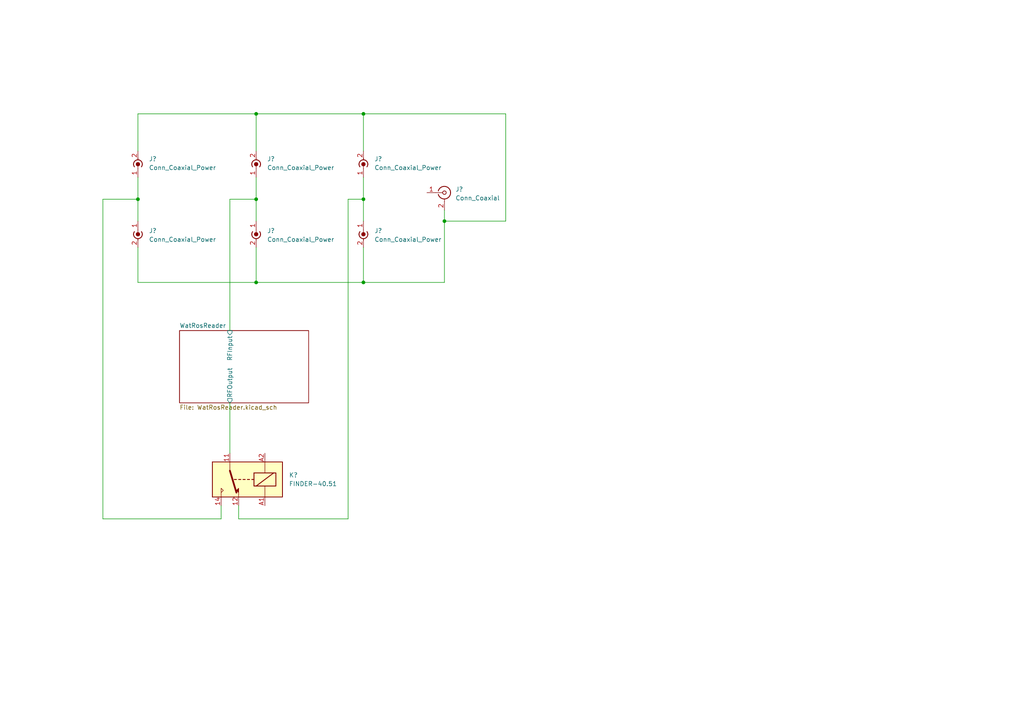
<source format=kicad_sch>
(kicad_sch (version 20211123) (generator eeschema)
  (paper "A4")
  (lib_symbols
    (symbol "Connector:Conn_Coaxial" (pin_names (offset 1.016) hide)
      (property "Reference" "J" (at 0.254 3.048 0))
      (property "Value" "Conn_Coaxial" (at 2.921 0 90))
      (symbol "Conn_Coaxial_0_1"
        (arc (start -1.778 -0.508) (mid 0.2311 -1.8066) (end 1.778 0) (stroke (width 0.254)))
        (polyline (pts (xy -2.54 0) (xy -0.508 0)))
        (polyline (pts (xy 0 -2.54) (xy 0 -1.778)))
        (circle (center 0 0) (radius 0.508) (stroke (width 0.2032)))
        (arc (start 1.778 0) (mid 0.2099 1.8101) (end -1.778 0.508) (stroke (width 0.254)))
      )
      (symbol "Conn_Coaxial_1_1"
        (pin passive line (at -5.08 0 0) (length 2.54) (name "In") (number "1"))
        (pin passive line (at 0 -5.08 90) (length 2.54) (name "Ext") (number "2"))
      )
    )
    (symbol "Connector:Conn_Coaxial_Power" (pin_names (offset 1.016) hide)
      (property "Reference" "J" (at -5.08 -1.27 90))
      (property "Value" "Conn_Coaxial_Power" (at -3.175 -1.27 90))
      (symbol "Conn_Coaxial_Power_0_1"
        (arc (start -1.27 -1.27) (mid 0 -2.54) (end 1.27 -1.27) (stroke (width 0.254)))
        (arc (start -1.016 -0.508) (mid -1.2048 -0.8684) (end -1.27 -1.27) (stroke (width 0.254)))
        (circle (center 0 -1.27) (radius 0.508) (stroke (width 0.2032)) (fill (type outline)))
        (polyline (pts (xy 0 -2.54) (xy 0 -3.048)))
        (polyline (pts (xy 0 0) (xy 0 -1.27)))
        (arc (start 1.27 -1.27) (mid 1.2048 -0.8684) (end 1.016 -0.508) (stroke (width 0.254)))
      )
      (symbol "Conn_Coaxial_Power_1_1"
        (pin passive line (at 0 2.54 270) (length 2.54) (name "In") (number "1"))
        (pin passive line (at 0 -5.08 90) (length 2.54) (name "Ext") (number "2"))
      )
    )
    (symbol "Relay:FINDER-40.51"
      (property "Reference" "K" (at 11.43 3.81 0))
      (property "Value" "FINDER-40.51" (at 11.43 1.27 0))
      (symbol "FINDER-40.51_0_0"
        (polyline (pts (xy 7.62 5.08) (xy 7.62 2.54) (xy 6.985 3.175) (xy 7.62 3.81)))
      )
      (symbol "FINDER-40.51_0_1"
        (rectangle (start -10.16 5.08) (end 10.16 -5.08) (stroke (width 0.254)) (fill (type background)))
        (rectangle (start -8.255 1.905) (end -1.905 -1.905) (stroke (width 0.254)))
        (polyline (pts (xy -7.62 -1.905) (xy -2.54 1.905)) (stroke (width 0.254)))
        (polyline (pts (xy -5.08 -5.08) (xy -5.08 -1.905)))
        (polyline (pts (xy -5.08 5.08) (xy -5.08 1.905)))
        (polyline (pts (xy -1.905 0) (xy -1.27 0)) (stroke (width 0.254)))
        (polyline (pts (xy -0.635 0) (xy 0 0)) (stroke (width 0.254)))
        (polyline (pts (xy 0.635 0) (xy 1.27 0)) (stroke (width 0.254)))
        (polyline (pts (xy 1.905 0) (xy 2.54 0)) (stroke (width 0.254)))
        (polyline (pts (xy 3.175 0) (xy 3.81 0)) (stroke (width 0.254)))
        (polyline (pts (xy 5.08 -2.54) (xy 3.175 3.81)) (stroke (width 0.508)))
        (polyline (pts (xy 5.08 -2.54) (xy 5.08 -5.08)))
        (polyline (pts (xy 2.54 5.08) (xy 2.54 2.54) (xy 3.175 3.175) (xy 2.54 3.81)) (fill (type outline)))
      )
      (symbol "FINDER-40.51_1_1"
        (pin passive line (at 5.08 -7.62 90) (length 2.54) (name "~") (number "11"))
        (pin passive line (at 2.54 7.62 270) (length 2.54) (name "~") (number "12"))
        (pin passive line (at 7.62 7.62 270) (length 2.54) (name "~") (number "14"))
        (pin passive line (at -5.08 7.62 270) (length 2.54) (name "~") (number "A1"))
        (pin passive line (at -5.08 -7.62 90) (length 2.54) (name "~") (number "A2"))
      )
    )
  )
  (junction (at 74.295 81.915))
  (junction (at 74.295 33.02))
  (junction (at 74.295 57.785))
  (junction (at 105.41 33.02))
  (junction (at 128.905 64.135))
  (junction (at 105.41 81.915))
  (junction (at 105.41 57.785))
  (junction (at 40.005 57.785))
  (wire (pts (xy 128.905 64.135) (xy 128.905 81.915)))
  (wire (pts (xy 66.675 57.785) (xy 66.675 95.885)))
  (wire (pts (xy 40.005 57.785) (xy 40.005 64.135)))
  (wire (pts (xy 100.965 57.785) (xy 105.41 57.785)))
  (wire (pts (xy 128.905 60.96) (xy 128.905 64.135)))
  (wire (pts (xy 40.005 51.435) (xy 40.005 57.785)))
  (wire (pts (xy 105.41 57.785) (xy 105.41 64.135)))
  (wire (pts (xy 105.41 81.915) (xy 74.295 81.915)))
  (wire (pts (xy 29.845 150.495) (xy 29.845 57.785)))
  (wire (pts (xy 74.295 57.785) (xy 74.295 64.135)))
  (wire (pts (xy 74.295 57.785) (xy 66.675 57.785)))
  (wire (pts (xy 146.685 33.02) (xy 105.41 33.02)))
  (wire (pts (xy 40.005 43.815) (xy 40.005 33.02)))
  (wire (pts (xy 105.41 51.435) (xy 105.41 57.785)))
  (wire (pts (xy 69.215 150.495) (xy 100.965 150.495)))
  (wire (pts (xy 64.135 146.685) (xy 64.135 150.495)))
  (wire (pts (xy 74.295 33.02) (xy 74.295 43.815)))
  (wire (pts (xy 66.675 116.84) (xy 66.675 131.445)))
  (wire (pts (xy 100.965 150.495) (xy 100.965 57.785)))
  (wire (pts (xy 105.41 33.02) (xy 105.41 43.815)))
  (wire (pts (xy 74.295 71.755) (xy 74.295 81.915)))
  (wire (pts (xy 128.905 64.135) (xy 146.685 64.135)))
  (wire (pts (xy 105.41 71.755) (xy 105.41 81.915)))
  (wire (pts (xy 128.905 81.915) (xy 105.41 81.915)))
  (wire (pts (xy 146.685 64.135) (xy 146.685 33.02)))
  (wire (pts (xy 40.005 81.915) (xy 40.005 71.755)))
  (wire (pts (xy 69.215 146.685) (xy 69.215 150.495)))
  (wire (pts (xy 64.135 150.495) (xy 29.845 150.495)))
  (wire (pts (xy 74.295 51.435) (xy 74.295 57.785)))
  (wire (pts (xy 74.295 33.02) (xy 105.41 33.02)))
  (wire (pts (xy 29.845 57.785) (xy 40.005 57.785)))
  (wire (pts (xy 74.295 81.915) (xy 40.005 81.915)))
  (wire (pts (xy 40.005 33.02) (xy 74.295 33.02)))
  (symbol (lib_id "Connector:Conn_Coaxial_Power") (at 74.295 66.675 0) (unit 1)
    (property "Reference" "J?" (at 77.47 66.9289 0) (effects (justify left)))
    (property "Value" "Conn_Coaxial_Power" (at 77.47 69.4689 0) (effects (justify left)))
  )
  (symbol (lib_id "Connector:Conn_Coaxial_Power") (at 40.005 48.895 180) (unit 1)
    (property "Reference" "J?" (at 43.18 46.1009 0) (effects (justify right)))
    (property "Value" "Conn_Coaxial_Power" (at 43.18 48.6409 0) (effects (justify right)))
  )
  (symbol (lib_id "Connector:Conn_Coaxial_Power") (at 105.41 66.675 0) (unit 1)
    (property "Reference" "J?" (at 108.585 66.9289 0) (effects (justify left)))
    (property "Value" "Conn_Coaxial_Power" (at 108.585 69.4689 0) (effects (justify left)))
  )
  (symbol (lib_id "Connector:Conn_Coaxial_Power") (at 40.005 66.675 0) (unit 1)
    (property "Reference" "J?" (at 43.18 66.9289 0) (effects (justify left)))
    (property "Value" "Conn_Coaxial_Power" (at 43.18 69.4689 0) (effects (justify left)))
  )
  (symbol (lib_id "Connector:Conn_Coaxial_Power") (at 74.295 48.895 180) (unit 1)
    (property "Reference" "J?" (at 77.47 46.1009 0) (effects (justify right)))
    (property "Value" "Conn_Coaxial_Power" (at 77.47 48.6409 0) (effects (justify right)))
  )
  (symbol (lib_id "Connector:Conn_Coaxial") (at 128.905 55.88 0) (unit 1)
    (property "Reference" "J?" (at 132.08 54.9031 0) (effects (justify left)))
    (property "Value" "Conn_Coaxial" (at 132.08 57.4431 0) (effects (justify left)))
    (property "Datasheet" " ~" (effects hide))
  )
  (symbol (lib_id "Relay:FINDER-40.51") (at 71.755 139.065 180) (unit 1)
    (property "Reference" "K?" (at 83.82 137.7949 0) (effects (justify right)))
    (property "Value" "FINDER-40.51" (at 83.82 140.3349 0) (effects (justify right)))
    (property "Footprint" "Relay_THT:Relay_SPDT_Finder_40.51" (effects hide))
    (property "Datasheet" "http://gfinder.findernet.com/assets/Series/353/S40EN.pdf" (effects hide))
  )
  (symbol (lib_id "Connector:Conn_Coaxial_Power") (at 105.41 48.895 180) (unit 1)
    (property "Reference" "J?" (at 108.585 46.1009 0) (effects (justify right)))
    (property "Value" "Conn_Coaxial_Power" (at 108.585 48.6409 0) (effects (justify right)))
  )
  (sheet (at 52.07 95.885) (size 37.465 20.955) (stroke (width 0.1524))
    (property "Sheet name" "WatRosReader" (at 52.07 95.1734 0) (effects (justify left bottom)))
    (property "Sheet file" "WatRosReader.kicad_sch" (at 52.07 117.4246 0) (effects (justify left top)))
    (pin "RFInput" input (at 66.675 95.885 90))
    (pin "RFOutput" output (at 66.675 116.84 270))
  )
)
</source>
